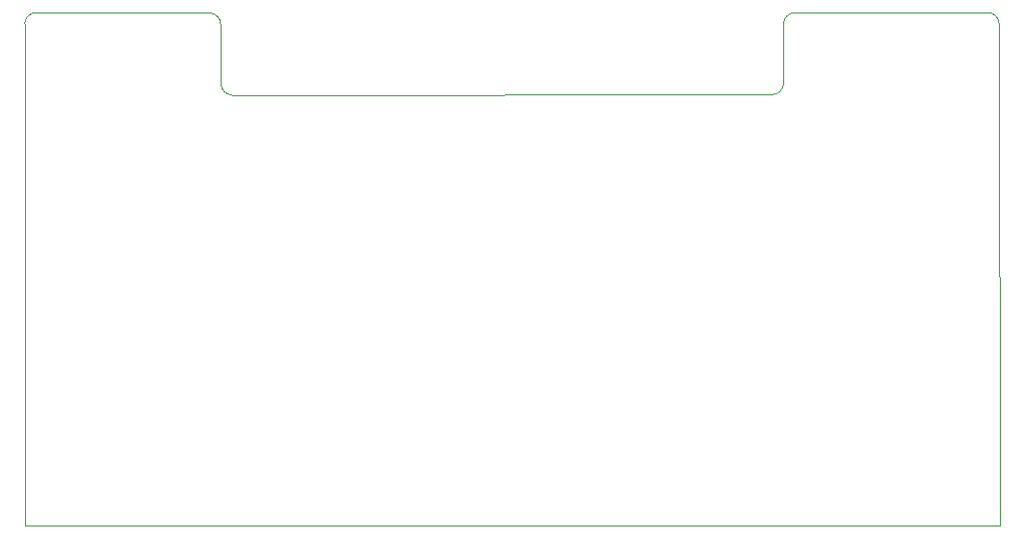
<source format=gm1>
%TF.GenerationSoftware,KiCad,Pcbnew,9.0.4*%
%TF.CreationDate,2025-10-24T17:48:01+05:30*%
%TF.ProjectId,sub_unit,7375625f-756e-4697-942e-6b696361645f,rev?*%
%TF.SameCoordinates,Original*%
%TF.FileFunction,Profile,NP*%
%FSLAX46Y46*%
G04 Gerber Fmt 4.6, Leading zero omitted, Abs format (unit mm)*
G04 Created by KiCad (PCBNEW 9.0.4) date 2025-10-24 17:48:01*
%MOMM*%
%LPD*%
G01*
G04 APERTURE LIST*
%TA.AperFunction,Profile*%
%ADD10C,0.050000*%
%TD*%
G04 APERTURE END LIST*
D10*
X168164560Y-78892400D02*
G75*
G02*
X169164600Y-79891839I40J-1000000D01*
G01*
X169189400Y-124015763D02*
X169164560Y-79901344D01*
X101758800Y-86130884D02*
G75*
G02*
X100758322Y-85134405I-500J999984D01*
G01*
X150215600Y-85106513D02*
X150215600Y-79892400D01*
X83540600Y-124040637D02*
X83515761Y-79894437D01*
X151215600Y-78892400D02*
X168164560Y-78892400D01*
X99741385Y-78916332D02*
G75*
G02*
X100739963Y-79912810I-1485J-1000068D01*
G01*
X83540600Y-124040637D02*
X169189400Y-124015763D01*
X101758800Y-86130884D02*
X149216114Y-86106513D01*
X150215600Y-85106513D02*
G75*
G02*
X149216114Y-86106500I-1000000J13D01*
G01*
X84517236Y-78893878D02*
X99741385Y-78916332D01*
X83515761Y-79894437D02*
G75*
G02*
X84517236Y-78893862I1000039J537D01*
G01*
X150215600Y-79892400D02*
G75*
G02*
X151215600Y-78892400I1000000J0D01*
G01*
X100739903Y-79912810D02*
X100758289Y-85134405D01*
M02*

</source>
